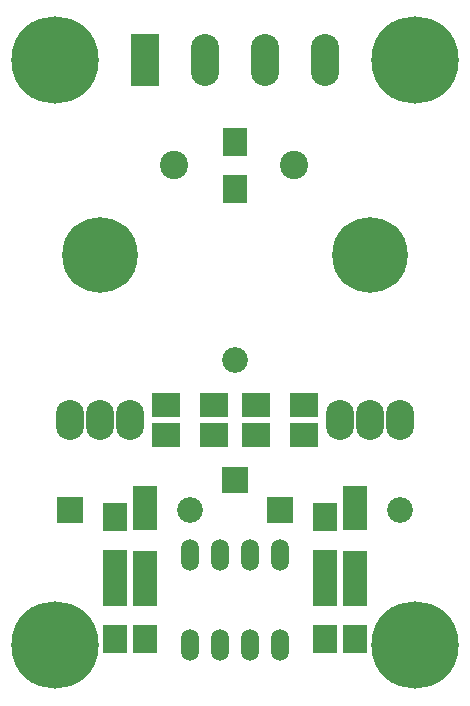
<source format=gbs>
G04 #@! TF.FileFunction,Soldermask,Bot*
%FSLAX46Y46*%
G04 Gerber Fmt 4.6, Leading zero omitted, Abs format (unit mm)*
G04 Created by KiCad (PCBNEW 4.0.5+dfsg1-4) date Sat Apr 22 21:18:52 2017*
%MOMM*%
%LPD*%
G01*
G04 APERTURE LIST*
%ADD10C,0.100000*%
%ADD11O,1.500000X2.700000*%
%ADD12C,2.178000*%
%ADD13R,2.178000X2.178000*%
%ADD14R,2.400000X2.000000*%
%ADD15R,2.000000X2.400000*%
%ADD16R,2.100000X2.400000*%
%ADD17R,2.400000X2.100000*%
%ADD18R,2.099260X3.699460*%
%ADD19C,2.398980*%
%ADD20C,7.400000*%
%ADD21O,2.400000X3.400000*%
%ADD22C,6.400000*%
%ADD23R,2.400000X4.400000*%
%ADD24O,2.400000X4.400000*%
G04 APERTURE END LIST*
D10*
D11*
X173990000Y-133350000D03*
X176530000Y-133350000D03*
X176530000Y-125730000D03*
X173990000Y-125730000D03*
D12*
X173990000Y-121920000D03*
D13*
X163830000Y-121920000D03*
D12*
X191770000Y-121920000D03*
D13*
X181610000Y-121920000D03*
D11*
X179070000Y-133350000D03*
X181610000Y-133350000D03*
X181610000Y-125730000D03*
X179070000Y-125730000D03*
D14*
X175990000Y-113030000D03*
X171990000Y-113030000D03*
D15*
X167640000Y-126460000D03*
X167640000Y-122460000D03*
X167640000Y-128810000D03*
X167640000Y-132810000D03*
D16*
X170180000Y-128810000D03*
X170180000Y-132810000D03*
D17*
X175990000Y-115570000D03*
X171990000Y-115570000D03*
D18*
X170180000Y-121709180D03*
X170180000Y-127210820D03*
X187960000Y-121709180D03*
X187960000Y-127210820D03*
D15*
X185420000Y-128810000D03*
X185420000Y-132810000D03*
X185420000Y-126460000D03*
X185420000Y-122460000D03*
D16*
X187960000Y-128810000D03*
X187960000Y-132810000D03*
D17*
X183610000Y-113030000D03*
X179610000Y-113030000D03*
X179610000Y-115570000D03*
X183610000Y-115570000D03*
D12*
X177800000Y-109220000D03*
D13*
X177800000Y-119380000D03*
D19*
X182801260Y-92710000D03*
X172641260Y-92710000D03*
D16*
X177800000Y-90710000D03*
X177800000Y-94710000D03*
D20*
X162560000Y-133350000D03*
X193040000Y-133350000D03*
X193040000Y-83820000D03*
X162560000Y-83820000D03*
D21*
X163830000Y-114300000D03*
X166370000Y-114300000D03*
X168910000Y-114300000D03*
D22*
X166370000Y-100330000D03*
D21*
X186690000Y-114300000D03*
X189230000Y-114300000D03*
X191770000Y-114300000D03*
D22*
X189230000Y-100330000D03*
D23*
X170180000Y-83820000D03*
D24*
X175260000Y-83820000D03*
X180340000Y-83820000D03*
X185420000Y-83820000D03*
M02*

</source>
